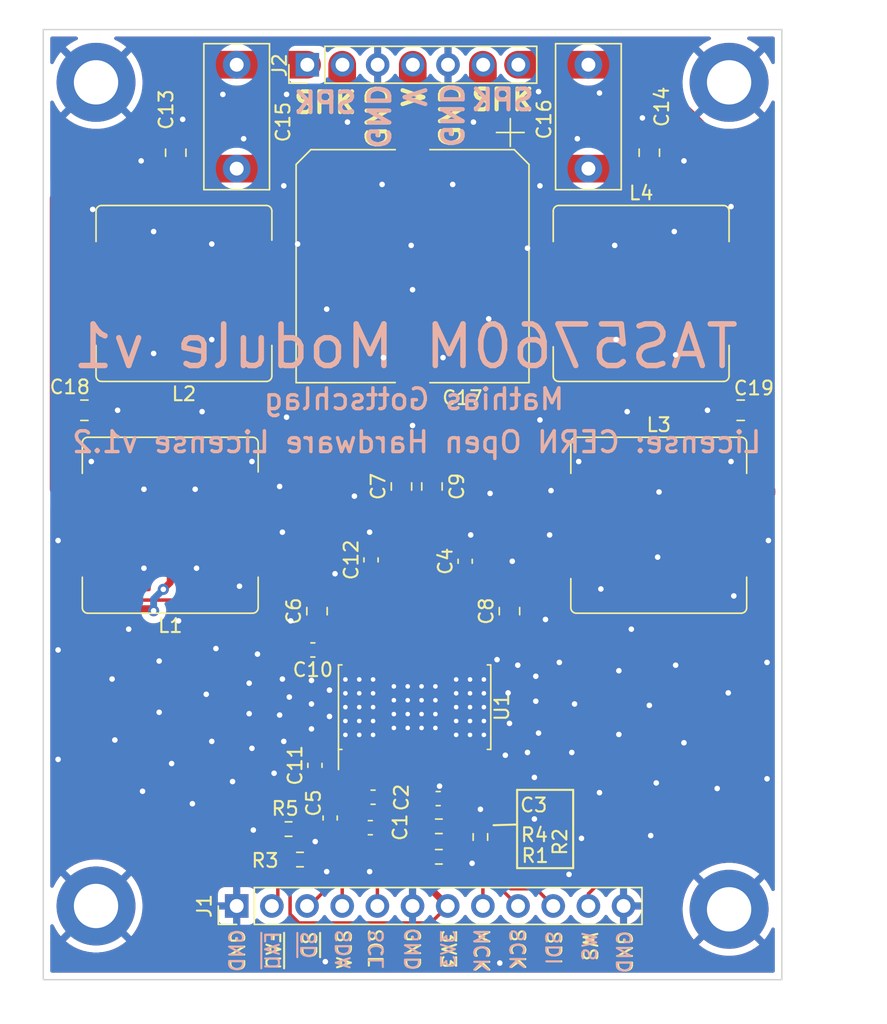
<source format=kicad_pcb>
(kicad_pcb (version 20210228) (generator pcbnew)

  (general
    (thickness 1.6)
  )

  (paper "A4")
  (title_block
    (title "TAS5760M Speaker Amplifier Modyule")
  )

  (layers
    (0 "F.Cu" signal)
    (31 "B.Cu" signal)
    (32 "B.Adhes" user "B.Adhesive")
    (33 "F.Adhes" user "F.Adhesive")
    (34 "B.Paste" user)
    (35 "F.Paste" user)
    (36 "B.SilkS" user "B.Silkscreen")
    (37 "F.SilkS" user "F.Silkscreen")
    (38 "B.Mask" user)
    (39 "F.Mask" user)
    (40 "Dwgs.User" user "User.Drawings")
    (41 "Cmts.User" user "User.Comments")
    (42 "Eco1.User" user "User.Eco1")
    (43 "Eco2.User" user "User.Eco2")
    (44 "Edge.Cuts" user)
    (45 "Margin" user)
    (46 "B.CrtYd" user "B.Courtyard")
    (47 "F.CrtYd" user "F.Courtyard")
    (48 "B.Fab" user)
    (49 "F.Fab" user)
    (50 "User.1" user)
    (51 "User.2" user)
    (52 "User.3" user)
    (53 "User.4" user)
    (54 "User.5" user)
    (55 "User.6" user)
    (56 "User.7" user)
    (57 "User.8" user)
    (58 "User.9" user)
  )

  (setup
    (stackup
      (layer "F.SilkS" (type "Top Silk Screen"))
      (layer "F.Paste" (type "Top Solder Paste"))
      (layer "F.Mask" (type "Top Solder Mask") (color "Green") (thickness 0.01))
      (layer "F.Cu" (type "copper") (thickness 0.035))
      (layer "dielectric 1" (type "core") (thickness 1.51) (material "FR4") (epsilon_r 4.5) (loss_tangent 0.02))
      (layer "B.Cu" (type "copper") (thickness 0.035))
      (layer "B.Mask" (type "Bottom Solder Mask") (color "Green") (thickness 0.01))
      (layer "B.Paste" (type "Bottom Solder Paste"))
      (layer "B.SilkS" (type "Bottom Silk Screen"))
      (copper_finish "None")
      (dielectric_constraints no)
    )
    (pad_to_mask_clearance 0)
    (pcbplotparams
      (layerselection 0x00010fc_ffffffff)
      (disableapertmacros false)
      (usegerberextensions false)
      (usegerberattributes true)
      (usegerberadvancedattributes true)
      (creategerberjobfile true)
      (svguseinch false)
      (svgprecision 6)
      (excludeedgelayer true)
      (plotframeref false)
      (viasonmask false)
      (mode 1)
      (useauxorigin false)
      (hpglpennumber 1)
      (hpglpenspeed 20)
      (hpglpendiameter 15.000000)
      (dxfpolygonmode true)
      (dxfimperialunits true)
      (dxfusepcbnewfont true)
      (psnegative false)
      (psa4output false)
      (plotreference true)
      (plotvalue true)
      (plotinvisibletext false)
      (sketchpadsonfab false)
      (subtractmaskfromsilk false)
      (outputformat 1)
      (mirror false)
      (drillshape 1)
      (scaleselection 1)
      (outputdirectory "")
    )
  )


  (net 0 "")
  (net 1 "Net-(C1-Pad1)")
  (net 2 "Net-(C1-Pad2)")
  (net 3 "Net-(C2-Pad1)")
  (net 4 "GND")
  (net 5 "+3V3")
  (net 6 "/19V")
  (net 7 "Net-(C10-Pad1)")
  (net 8 "Net-(C6-Pad1)")
  (net 9 "/SPK_A+")
  (net 10 "Net-(C7-Pad1)")
  (net 11 "/SPK_A-")
  (net 12 "Net-(C8-Pad1)")
  (net 13 "/SPK_B+")
  (net 14 "Net-(C9-Pad1)")
  (net 15 "/SPK_B-")
  (net 16 "Net-(C13-Pad1)")
  (net 17 "Net-(C14-Pad1)")
  (net 18 "Net-(C15-Pad1)")
  (net 19 "Net-(C16-Pad1)")
  (net 20 "/~SPK_FAULT")
  (net 21 "/~SPK_SD")
  (net 22 "/SDA")
  (net 23 "/SCL")
  (net 24 "/MCLK")
  (net 25 "/SCLK")
  (net 26 "/SDI")
  (net 27 "/WS")
  (net 28 "/ADR")
  (net 29 "Net-(R3-Pad1)")
  (net 30 "Net-(R4-Pad2)")

  (footprint "Capacitor_SMD:C_0603_1608Metric" (layer "F.Cu") (at 136.7 96.7 90))

  (footprint "Capacitor_SMD:C_0805_2012Metric" (layer "F.Cu") (at 116 85.9))

  (footprint "HackAmp-Footprints:L_Bourns_SRR1208" (layer "F.Cu") (at 122.2 94.2 180))

  (footprint "Resistor_SMD:R_0603_1608Metric" (layer "F.Cu") (at 141.6 115.93))

  (footprint "Resistor_SMD:R_0603_1608Metric" (layer "F.Cu") (at 141.6 118.13))

  (footprint "Capacitor_SMD:C_0603_1608Metric" (layer "F.Cu") (at 136.65 116.03))

  (footprint "MountingHole:MountingHole_3.2mm_M3_ISO7380_Pad" (layer "F.Cu") (at 116.84 121.68))

  (footprint "Resistor_SMD:R_0603_1608Metric" (layer "F.Cu") (at 130.745 116.13 180))

  (footprint "Capacitor_SMD:C_0603_1608Metric" (layer "F.Cu") (at 132.65 111.53 90))

  (footprint "Capacitor_SMD:C_0603_1608Metric" (layer "F.Cu") (at 132.5 103.2 180))

  (footprint "HackAmp-Footprints:L_Bourns_SRR1208" (layer "F.Cu") (at 156.21 77.47))

  (footprint "HackAmp-Footprints:L_Bourns_SRR1208" (layer "F.Cu") (at 157.48 94.2))

  (footprint "HackAmp-Footprints:CP_Elec_16x17.5_Nichicon" (layer "F.Cu") (at 139.7 75.5 -90))

  (footprint "Capacitor_SMD:C_0603_1608Metric" (layer "F.Cu") (at 143.5 96.8 90))

  (footprint "Resistor_SMD:R_0603_1608Metric" (layer "F.Cu") (at 131.57 118.33))

  (footprint "Resistor_SMD:R_0603_1608Metric" (layer "F.Cu") (at 144.6 116.7 -90))

  (footprint "Capacitor_SMD:C_0805_2012Metric" (layer "F.Cu") (at 141.1 91.4 90))

  (footprint "HackAmp-Footprints:L_Bourns_SRR1208" (layer "F.Cu") (at 123.19 77.47 180))

  (footprint "MountingHole:MountingHole_3.2mm_M3_ISO7380_Pad" (layer "F.Cu") (at 162.56 121.92))

  (footprint "Capacitor_THT:C_Rect_L10.3mm_W4.5mm_P7.50mm_MKS4" (layer "F.Cu") (at 127 60.96 -90))

  (footprint "Capacitor_SMD:C_0805_2012Metric" (layer "F.Cu") (at 132.8 100.4 90))

  (footprint "Capacitor_SMD:C_0805_2012Metric" (layer "F.Cu") (at 156.8 67.31 90))

  (footprint "MountingHole:MountingHole_3.2mm_M3_ISO7380_Pad" (layer "F.Cu") (at 116.84 62.23))

  (footprint "Capacitor_SMD:C_0603_1608Metric" (layer "F.Cu") (at 141.55 113.93 180))

  (footprint "Connector_PinHeader_2.54mm:PinHeader_1x12_P2.54mm_Vertical" (layer "F.Cu") (at 127 121.68 90))

  (footprint "Capacitor_SMD:C_0805_2012Metric" (layer "F.Cu") (at 146.7 100.4 90))

  (footprint "Capacitor_SMD:C_0603_1608Metric" (layer "F.Cu") (at 133.75 115.33 -90))

  (footprint "Capacitor_THT:C_Rect_L10.3mm_W4.5mm_P7.50mm_MKS4" (layer "F.Cu") (at 152.4 60.96 -90))

  (footprint "Capacitor_SMD:C_0805_2012Metric" (layer "F.Cu") (at 163.4 85.9 180))

  (footprint "Connector_PinHeader_2.54mm:PinHeader_1x07_P2.54mm_Vertical" (layer "F.Cu") (at 132.1 60.96 90))

  (footprint "Capacitor_SMD:C_0603_1608Metric" (layer "F.Cu") (at 136.85 113.83))

  (footprint "MountingHole:MountingHole_3.2mm_M3_ISO7380_Pad" (layer "F.Cu") (at 162.56 62.23))

  (footprint "HackAmp-Footprints:TexasInstruments_DAP32" (layer "F.Cu") (at 139.85 107.33 90))

  (footprint "Capacitor_SMD:C_0805_2012Metric" (layer "F.Cu") (at 138.9 91.4 90))

  (footprint "Capacitor_SMD:C_0805_2012Metric" (layer "F.Cu") (at 122.6 67.31 90))

  (gr_line (start 147.25 115.8) (end 145.55 115.85) (layer "F.SilkS") (width 0.15) (tstamp 08364419-396d-43ef-b2c3-4a73fde2199a))
  (gr_line (start 151.3 113.3) (end 147.25 113.3) (layer "F.SilkS") (width 0.15) (tstamp 70262297-fecd-4d68-9807-c9152ede24db))
  (gr_line (start 147.25 118.95) (end 151.3 118.95) (layer "F.SilkS") (width 0.15) (tstamp 71717714-8e25-4da9-8b61-9e6e6b64bd3c))
  (gr_line (start 147.25 113.3) (end 147.25 118.95) (layer "F.SilkS") (width 0.15) (tstamp aba04d3b-e35b-4fdb-90e3-8a6657b4320d))
  (gr_line (start 151.3 118.95) (end 151.3 113.3) (layer "F.SilkS") (width 0.15) (tstamp f805e304-02be-4039-aba6-a4fff32caf1f))
  (gr_line (start 166.37 58.42) (end 113.03 58.42) (layer "Edge.Cuts") (width 0.1) (tstamp 7064edc8-5a97-463f-a151-e85fee368ed2))
  (gr_line (start 166.37 127) (end 166.37 58.42) (layer "Edge.Cuts") (width 0.1) (tstamp 82be46f6-125e-4364-aabc-b7cd46808a7d))
  (gr_line (start 113.03 58.42) (end 113.03 127) (layer "Edge.Cuts") (width 0.1) (tstamp c3960765-73e9-4dc9-ae5a-10b547c87c01))
  (gr_line (start 113.03 127) (end 166.37 127) (layer "Edge.Cuts") (width 0.1) (tstamp c95d2855-23ee-44e2-8670-16ec16d4823a))
  (gr_text "SCL" (at 137.1 124.8 90) (layer "B.SilkS") (tstamp 169157ac-6482-4991-a033-4b9ae744fb66)
    (effects (font (size 1 1) (thickness 0.15)) (justify mirror))
  )
  (gr_text "GND" (at 142.5 64.6 -90) (layer "B.SilkS") (tstamp 16b70730-bc1b-4ba3-ab0d-b4a0868461c1)
    (effects (font (size 1.5 1.5) (thickness 0.3)) (justify mirror))
  )
  (gr_text "GND" (at 127 124.9 90) (layer "B.SilkS") (tstamp 281c893a-b5d7-4b67-b399-f991e913900e)
    (effects (font (size 1 1) (thickness 0.15)) (justify mirror))
  )
  (gr_text "MCK" (at 144.7 124.9 90) (layer "B.SilkS") (tstamp 35bfd4b2-671c-4244-a174-bc965d125157)
    (effects (font (size 1 1) (thickness 0.15)) (justify mirror))
  )
  (gr_text "SPK" (at 133.4 63.7) (layer "B.SilkS") (tstamp 3dd0d43f-3541-4893-a470-eaed167f22f2)
    (effects (font (size 1.5 1.5) (thickness 0.3)) (justify mirror))
  )
  (gr_text "WS" (at 152.5 124.6 90) (layer "B.SilkS") (tstamp 3ef19ab0-121e-4b44-81ed-7f3a9fe54e20)
    (effects (font (size 1 1) (thickness 0.15)) (justify mirror))
  )
  (gr_text "Mathias Gottschlag" (at 139.8 85.1) (layer "B.SilkS") (tstamp 6b1bfc03-62b7-4b65-bcfb-f39c33b06082)
    (effects (font (size 1.5 1.5) (thickness 0.25)) (justify mirror))
  )
  (gr_text "GND" (at 155 125 90) (layer "B.SilkS") (tstamp 756d9011-0fee-4490-bd6b-e37ff94d8e93)
    (effects (font (size 1 1) (thickness 0.15)) (justify mirror))
  )
  (gr_text "SCK" (at 147.3 124.8 90) (layer "B.SilkS") (tstamp 99de270b-6e58-4255-a1b2-3ca3f3e62c51)
    (effects (font (size 1 1) (thickness 0.15)) (justify mirror))
  )
  (gr_text "SDA" (at 134.7 124.8 90) (layer "B.SilkS") (tstamp 9cc6d6bb-9934-4abe-b012-069f2dabc2fd)
    (effects (font (size 1 1) (thickness 0.15)) (justify mirror))
  )
  (gr_text "TAS5760M Module v1" (at 139.2 81.3) (layer "B.SilkS") (tstamp afd1af13-c9aa-4133-b421-9cd10496a5f0)
    (effects (font (size 3 3) (thickness 0.4)) (justify mirror))
  )
  (gr_text "GND" (at 137.2 64.7 -90) (layer "B.SilkS") (tstamp b6e744be-a602-4a22-98ef-1d663b333440)
    (effects (font (size 1.5 1.5) (thickness 0.3)) (justify mirror))
  )
  (gr_text "SDI" (at 149.9 124.7 90) (layer "B.SilkS") (tstamp ca48deab-7189-4bab-9365-ac3b4bbb28f2)
    (effects (font (size 1 1) (thickness 0.15)) (justify mirror))
  )
  (gr_text "~SD" (at 132.2 124.5 90) (layer "B.SilkS") (tstamp caab5a7d-75ca-4783-92c1-a672fad583af)
    (effects (font (size 1 1) (thickness 0.15)) (justify mirror))
  )
  (gr_text "~FAU" (at 129.6 124.9 90) (layer "B.SilkS") (tstamp cd3a31c8-d7b9-4cad-bdaa-48ff429d0610)
    (effects (font (size 1 1) (thickness 0.15)) (justify mirror))
  )
  (gr_text "GND" (at 139.7 124.8 90) (layer "B.SilkS") (tstamp d7f6a216-7c25-4a1d-821f-b2b60da5c831)
    (effects (font (size 1 1) (thickness 0.15)) (justify mirror))
  )
  (gr_text "License: CERN Open Hardware License v1.2" (at 140 88.2) (layer "B.SilkS") (tstamp e68657ba-c1fa-4827-9503-39fd65d5b0e2)
    (effects (font (size 1.5 1.5) (thickness 0.25)) (justify mirror))
  )
  (gr_text "SPK" (at 146.2 63.5) (layer "B.SilkS") (tstamp ec5173c6-65f0-41e6-afbb-acb6b3f5b439)
    (effects (font (size 1.5 1.5) (thickness 0.3)) (justify mirror))
  )
  (gr_text "3V3" (at 142.3 124.8 90) (layer "B.SilkS") (tstamp f3ec57d8-87a8-4898-a675-0e81f1e5ab77)
    (effects (font (size 1 1) (thickness 0.15)) (justify mirror))
  )
  (gr_text "V" (at 139.8 63.3 -90) (layer "B.SilkS") (tstamp f9ce2326-b179-449b-a1fe-629feb99d54f)
    (effects (font (size 1.5 1.5) (thickness 0.3)) (justify mirror))
  )
  (gr_text "SDI" (at 149.9 124.7 -90) (layer "F.SilkS") (tstamp 007b0a51-9ad8-41cf-9a3b-34a79c00d97d)
    (effects (font (size 1 1) (thickness 0.15)))
  )
  (gr_text "3V3" (at 142.3 124.8 -90) (layer "F.SilkS") (tstamp 009d75d4-eaf7-4086-a9ae-905841778887)
    (effects (font (size 1 1) (thickness 0.15)))
  )
  (gr_text "MCK" (at 144.7 124.9 -90) (layer "F.SilkS") (tstamp 0989e9c0-d5e6-40c3-a4c6-c325dd38e3d1)
    (effects (font (size 1 1) (thickness 0.15)))
  )
  (gr_text "SPK" (at 146.2 63.5) (layer "F.SilkS") (tstamp 0e86bfb8-cebe-4cf3-9c16-0893360d709f)
    (effects (font (size 1.5 1.5) (thickness 0.3)))
  )
  (gr_text "SCK" (at 147.3 124.8 -90) (layer "F.SilkS") (tstamp 2905011a-606c-4241-86c6-50e6842ed98a)
    (effects (font (size 1 1) (thickness 0.15)))
  )
  (gr_text "~SD" (at 132.2 124.5 -90) (layer "F.SilkS") (tstamp 29057d2b-0f20-409d-bd6b-2bb4190551d0)
    (effects (font (size 1 1) (thickness 0.15)))
  )
  (gr_text "GND" (at 137.2 64.7 90) (layer "F.SilkS") (tstamp 5be1b5a0-fe14-405f-aa3f-d017c06c81a2)
    (effects (font (size 1.5 1.5) (thickness 0.3)))
  )
  (gr_text "GND" (at 139.7 124.8 -90) (layer "F.SilkS") (tstamp 69bc4a04-68a5-479d-bd9a-d1bf37e7b971)
    (effects (font (size 1 1) (thickness 0.15)))
  )
  (gr_text "WS" (at 152.5 124.6 -90) (layer "F.SilkS") (tstamp 76bfa915-fcf3-4d7f-b2fe-f6790b662f4c)
    (effects (font (size 1 1) (thickness 0.15)))
  )
  (gr_text "SPK" (at 133.4 63.7) (layer "F.SilkS") (tstamp 79457152-9f8c-45f9-99f9-230ebd61f4fd)
    (effects (font (size 1.5 1.5) (thickness 0.3)))
  )
  (gr_text "GND" (at 155 125 -90) (layer "F.SilkS") (tstamp 7c8868ca-08e3-4281-8403-c7f64453c8bf)
    (effects (font (size 1 1) (thickness 0.15)))
  )
  (gr_text "GND" (at 142.5 64.6 90) (layer "F.SilkS") (tstamp 8e360b67-01d1-4f8a-97fd-bc387b0a8b76)
    (effects (font (size 1.5 1.5) (thickness 0.3)))
  )
  (gr_text "GND" (at 127 124.9 -90) (layer "F.SilkS") (tstamp 918b6acd-1979-4d0c-be81-b967c2cbe707)
    (effects (font (size 1 1) (thickness 0.15)))
  )
  (gr_text "SDA" (at 134.7 124.8 -90) (layer "F.SilkS") (tstamp adeb3219-fb0c-47e3-b1db-c92566102c8d)
    (effects (font (size 1 1) (thickness 0.15)))
  )
  (gr_text "SCL" (at 137 124.7 -90) (layer "F.SilkS") (tstamp c22ff0a8-254d-4e6d-b527-fc61e005bebb)
    (effects (font (size 1 1) (thickness 0.15)))
  )
  (gr_text "V" (at 139.8 63.3 90) (layer "F.SilkS") (tstamp da8ac9ed-885f-410c-8f2a-33ef784e7a82)
    (effects (font (size 1.5 1.5) (thickness 0.3)))
  )
  (gr_text "~FAU" (at 129.6 124.9 -90) (layer "F.SilkS") (tstamp e9ebe192-8240-45c2-a41c-8768a5b65d17)
    (effects (font (size 1 1) (thickness 0.15)))
  )
  (dimension (type aligned) (layer "Dwgs.User") (tstamp 0d002fee-dd8e-4968-9587-0940d44e85c8)
    (pts (xy 166.37 58.42) (xy 166.37 127))
    (height -3.81)
    (gr_text "68,5800 mm" (at 169.03 92.71 90) (layer "Dwgs.User") (tstamp 0d002fee-dd8e-4968-9587-0940d44e85c8)
      (effects (font (size 1 1) (thickness 0.15)))
    )
    (format (units 3) (units_format 1) (precision 4))
    (style (thickness 0.15) (arrow_length 1.27) (text_position_mode 0) (extension_height 0.58642) (extension_offset 0.5) keep_text_aligned)
  )
  (dimension (type aligned) (layer "Dwgs.User") (tstamp e357749f-de83-45fb-8d9f-69d6a469ed58)
    (pts (xy 166.37 127) (xy 113.03 127))
    (height -2.54)
    (gr_text "53,3400 mm" (at 139.7 128.39) (layer "Dwgs.User") (tstamp e357749f-de83-45fb-8d9f-69d6a469ed58)
      (effects (font (size 1 1) (thickness 0.15)))
    )
    (format (units 3) (units_format 1) (precision 4))
    (style (thickness 0.15) (arrow_length 1.27) (text_position_mode 0) (extension_height 0.58642) (extension_offset 0.5) keep_text_aligned)
  )

  (segment (start 136.275 111.03) (end 136.275 112.247856) (width 0.25) (layer "F.Cu") (net 1) (tstamp 3f7c6530-8c77-456a-baa4-5740966f8690))
  (segment (start 135.75048 115.80548) (end 135.875 115.93) (width 0.25) (layer "F.Cu") (net 1) (tstamp 6763381d-d166-47fc-a623-d49056286b62))
  (segment (start 135.25 113.272855) (end 135.25 115.405) (width 0.25) (layer "F.Cu") (net 1) (tstamp abf95c3a-257e-4369-b073-202ed7fdc1e6))
  (segment (start 136.275 112.247856) (end 135.25 113.272855) (width 0.25) (layer "F.Cu") (net 1) (tstamp bdbd60a1-b13f-4bd1-8551-80edee2feb44))
  (segment (start 135.25 115.405) (end 135.875 116.03) (width 0.25) (layer "F.Cu") (net 1) (tstamp daa02b89-295b-4374-b744-626a31554493))
  (segment (start 137.575 111.03) (end 137.575 113.78) (width 0.25) (layer "F.Cu") (net 2) (tstamp 28a1edf9-35e2-4e56-980f-f152f816f2fc))
  (segment (start 137.625 113.83) (end 137.625 115.83) (width 0.25) (layer "F.Cu") (net 2) (tstamp 74693a85-8e45-4b94-a419-24978f4a0fd5))
  (segment (start 137.575 113.78) (end 137.625 113.83) (width 0.25) (layer "F.Cu") (net 2) (tstamp 8606e5c2-5341-4c88-8b3e-fdd5513b573b))
  (segment (start 137.625 115.83) (end 137.425 116.03) (width 0.25) (layer "F.Cu") (net 2) (tstamp 8a5528e9-0282-461e-b5b9-9d89b9d49d1e))
  (segment (start 136.925 111.03) (end 136.925 112.315) (width 0.25) (layer "F.Cu") (net 3) (tstamp 1cf6e9e1-be87-4eac-9c4b-62df40fda423))
  (segment (start 136.925 112.315) (end 136.075 113.165) (width 0.25) (layer "F.Cu") (net 3) (tstamp 3da93788-3eaf-4ae9-8db3-9186b61cdd32))
  (segment (start 136.075 113.165) (end 136.075 113.83) (width 0.25) (layer "F.Cu") (net 3) (tstamp a2188a88-bb61-4775-ae87-fec08ac6e1eb))
  (segment (start 138.225 105.705) (end 138.35 105.83) (width 0.25) (layer "F.Cu") (net 4) (tstamp 2e0e33ea-46e4-49ff-8c2e-6eadbe4c4ce8))
  (segment (start 136.7 94.8) (end 136.6 94.7) (width 0.5) (layer "F.Cu") (net 4) (tstamp 3eb73691-fda6-4f91-87a1-762e571b8555))
  (segment (start 144 118.6) (end 144 118.125) (width 0.25) (layer "F.Cu") (net 4) (tstamp 6c20835d-75c3-46c3-968e-2925de403cbd))
  (segment (start 142.325 113.705) (end 141.65 113.03) (width 0.25) (layer "F.Cu") (net 4) (tstamp 707a2c6b-59a0-4abf-abc7-4aa2f0813335))
  (segment (start 142.325 113.93) (end 142.325 113.705) (width 0.25) (layer "F.Cu") (net 4) (tstamp 7960092b-0119-4370-92d5-311d9724d026))
  (segment (start 133.75 116.105) (end 133.595 116.105) (width 0.25) (layer "F.Cu") (net 4) (tstamp 832c101c-5a5b-4668-9f04-2457ddd075da))
  (segment (start 144 118.125) (end 144.6 117.525) (width 0.25) (layer "F.Cu") (net 4) (tstamp 9085d681-86ac-4373-ac7d-c04fe8e5d32d))
  (segment (start 144.075 105.105) (end 143.85 105.33) (width 0.25) (layer "F.Cu") (net 4) (tstamp a3dc6056-0f5a-455f-9093-f73179ae44c5))
  (segment (start 143.5 95.3) (end 143.9 94.9) (width 0.5) (layer "F.Cu") (net 4) (tstamp a7d83e19-d593-4e65-9db4-a4eab4c5e981))
  (segment (start 136.725 95.925) (end 136.5 95.925) (width 0.25) (layer "F.Cu") (net 4) (tstamp aa94e390-d68d-4f8c-92e5-fa84e53cd4e7))
  (segment (start 144.075 103.63) (end 144.075 105.105) (width 0.25) (layer "F.Cu") (net 4) (tstamp b6b9b63b-ac48-43dd-acbc-c007354ab9b3))
  (segment (start 133.595 116.105) (end 132.67 117.03) (width 0.25) (layer "F.Cu") (net 4) (tstamp c2fb9efa-e998-46b4-bca3-a059373b61fd))
  (segment (start 141.475 103.63) (end 141.475 105.705) (width 0.25) (layer "F.Cu") (net 4) (tstamp ca2dafb1-1fbb-4204-8e0b-ea87a40b9a9b))
  (segment (start 136.7 95.925) (end 136.7 94.8) (width 0.5) (layer "F.Cu") (net 4) (tstamp cc1fc5b7-8a17-4652-851b-a4d9bfe3f9ab))
  (segment (start 143.5 96.025) (end 143.5 95.3) (width 0.5) (layer "F.Cu") (net 4) (tstamp d8c7ba21-25f2-4969-a2e6-1af712fbdd7b))
  (segment (start 138.225 103.63) (end 138.225 105.705) (width 0.25) (layer "F.Cu") (net 4) (tstamp de376fea-49d6-4ab6-bb24-ff4a59afcfe9))
  (segment (start 135.625 105.105) (end 135.85 105.33) (width 0.25) (layer "F.Cu") (net 4) (tstamp e4cfef8d-5de9-4fe3-bd79-fcab99ca85ef))
  (segment (start 135.625 103.63) (end 135.625 105.105) (width 0.25) (layer "F.Cu") (net 4) (tstamp e7fd353b-5e0f-47cd-a3b9-64e06f7dfc67))
  (segment (start 141.475 105.705) (end 141.35 105.83) (width 0.25) (layer "F.Cu") (net 4) (tstamp f9e389ad-776f-4d14-854a-07e1c2d146f4))
  (via (at 120.2 113.4) (size 0.8) (drill 0.4) (layers "F.Cu" "B.Cu") (free) (net 4) (tstamp 061c612f-c7b8-4bcb-8fc7-c662623fb569))
  (via (at 137.5 69.6) (size 0.8) (drill 0.4) (layers "F.Cu" "B.Cu") (free) (net 4) (tstamp 065fd3e5-9b8e-42a7-a2cd-9e1a5411d0d1))
  (via (at 161 85.9) (size 0.8) (drill 0.4) (layers "F.Cu" "B.Cu") (free) (net 4) (tstamp 073e0f73-472f-4ca5-86b9-db22bd9423af))
  (via (at 127.9 107.8) (size 0.8) (drill 0.4) (layers "F.Cu" "B.Cu") (free) (net 4) (tstamp 0db0e43d-7f88-4d90-a604-08cb6c149e25))
  (via (at 128.2 116.2) (size 0.8) (drill 0.4) (layers "F.Cu" "B.Cu") (free) (net 4) (tstamp 10464083-bf2b-4827-822f-6119de9e9bcd))
  (via (at 136.6 94.7) (size 0.8) (drill 0.4) (layers "F.Cu" "B.Cu") (free) (net 4) (tstamp 12962ae7-0a49-46de-9c0e-09aeac838f68))
  (via (at 132.4 108.9) (size 0.8) (drill 0.4) (layers "F.Cu" "B.Cu") (free) (net 4) (tstamp 1548c393-7172-44b5-bcd9-c93ec6e9dde4))
  (via (at 114.1 103.2) (size 0.8) (drill 0.4) (layers "F.Cu" "B.Cu") (free) (net 4) (tstamp 16206d78-0e03-4742-9a8d-ee8488e6a942))
  (via (at 129.7 112.1) (size 0.8) (drill 0.4) (layers "F.Cu" "B.Cu") (free) (net 4) (tstamp 1b2bfea1-18d4-4f41-93c1-ad59ab7de92d))
  (via (at 120.1 67.9) (size 0.8) (drill 0.4) (layers "F.Cu" "B.Cu") (free) (net 4) (tstamp 2128368f-0803-4257-90a4-f36063b799a7))
  (via (at 148.5 112.4) (size 0.8) (drill 0.4) (layers "F.Cu" "B.Cu") (free) (net 4) (tstamp 228a04fd-3eb3-4698-8703-22344b062670))
  (via (at 116.6 71.4) (size 0.8) (drill 0.4) (layers "F.Cu" "B.Cu") (free) (net 4) (tstamp 254c499b-6814-4912-b92b-523180fa3004))
  (via (at 121 81.8) (size 0.8) (drill 0.4) (layers "F.Cu" "B.Cu") (free) (net 4) (tstamp 26a00eec-33c4-40c5-abd3-3007b6ce58fa))
  (via (at 151.7 89.6) (size 0.8) (drill 0.4) (layers "F.Cu" "B.Cu") (free) (net 4) (tstamp 2777c26b-2b93-4c98-8ecc-051698da5f3b))
  (via (at 118.4 85.9) (size 0.8) (drill 0.4) (layers "F.Cu" "B.Cu") (free) (net 4) (tstamp 2839a7c5-786d-4d23-a2f8-fea65140f884))
  (via (at 156.3 64.8) (size 0.8) (drill 0.4) (layers "F.Cu" "B.Cu") (free) (net 4) (tstamp 2936600a-2bf7-4b9a-887c-38cc76a3b3e0))
  (via (at 154.4 80.8) (size 0.8) (drill 0.4) (layers "F.Cu" "B.Cu") (free) (net 4) (tstamp 2cfd440e-0fac-40f3-9178-695d68bc2416))
  (via (at 155.2 86) (size 0.8) (drill 0.4) (layers "F.Cu" "B.Cu") (free) (net 4) (tstamp 2e4ad2c8-4036-4859-8d49-387c691d20e7))
  (via (at 114.1 95.3) (size 0.8) (drill 0.4) (layers "F.Cu" "B.Cu") (free) (net 4) (tstamp 2f8454f5-804f-491f-a36f-d63b9e057024))
  (via (at 122.8 101.1) (size 0.8) (drill 0.4) (layers "F.Cu" "B.Cu") (free) (net 4) (tstamp 34c5cc85-a03f-47c8-ad9b-9b1371dea199))
  (via (at 120.3 91.6) (size 0.8) (drill 0.4) (layers "F.Cu" "B.Cu") (free) (net 4) (tstamp 3619dba0-e0c5-4e62-bed8-9f3473e2800d))
  (via (at 146.4 110.8) (size 0.8) (drill 0.4) (layers "F.Cu" "B.Cu") (free) (net 4) (tstamp 37beb265-5d19-420b-9ce2-a20f787c44a9))
  (via (at 124 91.6) (size 0.8) (drill 0.4) (layers "F.Cu" "B.Cu") (free) (net 4) (tstamp 37fbaa68-6946-47aa-b3d0-7a3dca35da38))
  (via (at 127.2 98.6) (size 0.8) (drill 0.4) (layers "F.Cu" "B.Cu") (free) (net 4) (tstamp 3a7ec20b-0302-429b-80ec-cf982a260575))
  (via (at 133.5 78.6) (size 0.8) (drill 0.4) (layers "F.Cu" "B.Cu") (free) (net 4) (tstamp 3e816f66-a169-4b17-85d2-3e04029eee27))
  (via (at 135 65.1) (size 0.8) (drill 0.4) (layers "F.Cu" "B.Cu") (free) (net 4) (tstamp 43ecbd90-6f90-471e-9960-ab082ef8c4fb))
  (via (at 162.5 106.3) (size 0.8) (drill 0.4) (layers "F.Cu" "B.Cu") (free) (net 4) (tstamp 443bfd0e-a909-4ba3-819a-c5f5e3e084dc))
  (via (at 148.5 115.4) (size 0.8) (drill 0.4) (layers "F.Cu" "B.Cu") (free) (net 4) (tstamp 461bbcf8-c000-4432-a4d1-d98f62c45fa5))
  (via (at 120.3 97.3) (size 0.8) (drill 0.4) (layers "F.Cu" "B.Cu") (free) (net 4) (tstamp 476a6fb7-bb87-4971-9780-2e813a94906f))
  (via (at 130.3 105.3) (size 0.8) (drill 0.4) (layers "F.Cu" "B.Cu") (free) (net 4) (tstamp 4905c7a8-031c-4f34-8235-9440f58e6e46))
  (via (at 125.2 80.8) (size 0.8) (drill 0.4) (layers "F.Cu" "B.Cu") (free) (net 4) (tstamp 4a984d15-586f-4d76-b5c5-e654993de6a7))
  (via (at 130.9 101.1) (size 0.8) (drill 0.4) (layers "F.Cu" "B.Cu") (free) (net 4) (tstamp 4cfb2e4b-1ff7-4f63-9498-8f4c1018a458))
  (via (at 156.8 107.2) (size 0.8) (drill 0.4) (layers "F.Cu" "B.Cu") (free) (net 4) (tstamp 4e0da5dd-009f-493c-81d9-ecdea17891ba))
  (via (at 124.1 97.3) (size 0.8) (drill 0.4) (layers "F.Cu" "B.Cu") (free) (net 4) (tstamp 4f2acf4e-ffac-4d70-a70f-4f260f057396))
  (via (at 154.3 74) (size 0.8) (drill 0.4) (layers "F.Cu" "B.Cu") (free) (net 4) (tstamp 5326c091-da7f-4bcd-aca0-07495c3edfc1))
  (via (at 116.5 89.6) (size 0.8) (drill 0.4) (layers "F.Cu" "B.Cu") (free) (net 4) (tstamp 54229b49-4af7-4793-9238-ced10cf337b8))
  (via (at 154.6 104.7) (size 0.8) (drill 0.4) (layers "F.Cu" "B.Cu") (free) (net 4) (tstamp 55affccc-73d0-472f-827b-f3b4851b68f8))
  (via (at 148.9 69.7) (size 0.8) (drill 0.4) (layers "F.Cu" "B.Cu") (free) (net 4) (tstamp 579b7004-3e52-44a0-9604-4f9370d1fb8d))
  (via (at 130.1 107.9) (size 0.8) (drill 0.4) (layers "F.Cu" "B.Cu") (free) (net 4) (tstamp 5d2a535e-8d26-426b-9949-af2569758d79))
  (via (at 158.7 81.9) (size 0.8) (drill 0.4) (layers "F.Cu" "B.Cu") (free) (net 4) (tstamp 5ebb57ae-be7c-4c03-a061-a914c8e74f30))
  (via (at 119.2 101.7) (size 0.8) (drill 0.4) (layers "F.Cu" "B.Cu") (free) (net 4) (tstamp 61406446-4106-47ad-b944-20ae869f0790))
  (via (at 132.67 117.03) (size 0.8) (drill 0.4) (layers "F.Cu" "B.Cu") (net 4) (tstamp 6221fdcf-0e00-408d-97fd-afc47cd47a57))
  (via (at 149.3 101) (size 0.8) (drill 0.4) (layers "F.Cu" "B.Cu") (free) (net 4) (tstamp 6306da09-0229-47ba-90a6-16399c4cf21c))
  (via (at 151.2 110.6) (size 0.8) (drill 0.4) (layers "F.Cu" "B.Cu") (free) (net 4) (tstamp 650cb862-3f0b-45d0-a9a2-b79293a9e791))
  (via (at 128.1 89.6) (size 0.8) (drill 0.4) (layers "F.Cu" "B.Cu") (free) (net 4) (tstamp 6540143e-32b7-4364-aa8b-b57c6cb00ee6))
  (via (at 158.6 73) (size 0.8) (drill 0.4) (layers "F.Cu" "B.Cu") (free) (net 4) (tstamp 6544ccae-b45a-43d8-8401-908864d210c3))
  (via (at 148.8 109.2) (size 0.8) (drill 0.4) (layers "F.Cu" "B.Cu") (free) (net 4) (tstamp 67914436-de70-4709-999b-935dc2055538))
  (via (at 128.5 103.5) (size 0.8) (drill 0.4) (layers "F.Cu" "B.Cu") (free) (net 4) (tstamp 69e62a66-6f5c-427c-bac2-b490ac2ae519))
  (via (at 148.9 86.6) (size 0.8) (drill 0.4) (layers "F.Cu" "B.Cu") (free) (net 4) (tstamp 6a6c2c0f-4dfe-40b1-a963-9907764a0fa7))
  (via (at 139.7 87) (size 0.8) (drill 0.4) (layers "F.Cu" "B.Cu") (free) (net 4) (tstamp 6b7c8bed-240b-44c2-95a6-14a034e87b0a))
  (via (at 146.6 106.3) (size 0.8) (drill 0.4) (layers "F.Cu" "B.Cu") (free) (net 4) (tstamp 70e3586f-0a16-457d-9255-e34e9012497c))
  (via (at 123.8 114.3) (size 0.8) (drill 0.4) (layers "F.Cu" "B.Cu") (free) (net 4) (tstamp 71583c97-be34-4984-bb5f-2f728c9edd6a))
  (via (at 153.3 98.8) (size 0.8) (drill 0.4) (layers "F.Cu" "B.Cu") (free) (net 4) (tstamp 71bd2464-fc3b-4da4-8394-af6546567d43))
  (via (at 130.4 109.8) (size 0.8) (drill 0.4) (layers "F.Cu" "B.Cu") (free) (net 4) (tstamp 73984f2e-5978-4e77-a673-0331d2ff1d6e))
  (via (at 133.7 108) (size 0.8) (drill 0.4) (layers "F.Cu" "B.Cu") (free) (net 4) (tstamp 74a673b5-c9a0-415a-812f-103e7754dbc4))
  (via (at 139.7 77.2) (size 0.8) (drill 0.4) (layers "F.Cu" "B.Cu") (free) (net 4) (tstamp 78638c84-dfb9-4520-a560-42500305192c))
  (via (at 132.4 107.1) (size 0.8) (drill 0.4) (layers "F.Cu" "B.Cu") (free) (net 4) (tstamp 7a0379fe-7c84-407e-8dbc-e52b744513e0))
  (via (at 127.5 66.3) (size 0.8) (drill 0.4) (layers "F.Cu" "B.Cu") (free) (net 4) (tstamp 7a2d86c3-28d8-4453-b08f-5c7ccfdbf15d))
  (via (at 139.6 74) (size 0.8) (drill 0.4) (layers "F.Cu" "B.Cu") (free) (net 4) (tstamp 7a353172-05df-491e-8966-3d4b92f1cec9))
  (via (at 126 63.1) (size 0.8) (drill 0.4) (layers "F.Cu" "B.Cu") (free) (net 4) (tstamp 7c843256-aabc-4474-82e6-f40fbe998d93))
  (via (at 153.2 63) (size 0.8) (drill 0.4) (layers "F.Cu" "B.Cu") (free) (net 4) (tstamp 7e227209-eb91-4d4e-b0e2-9cb84ce371cd))
  (via (at 128.1 110.3) (size 0.8) (drill 0.4) (layers "F.Cu" "B.Cu") (free) (net 4) (tstamp 80280cfa-b866-4cd6-9523-017a1b45e913))
  (via (at 144.6 114.7) (size 0.8) (drill 0.4) (layers "F.Cu" "B.Cu") (free) (net 4) (tstamp 822f6275-590e-4377-9892-e7789f2a1599))
  (via (at 125.2 73.9) (size 0.8) (drill 0.4) (layers "F.Cu" "B.Cu") (free) (net 4) (tstamp 82a234ea-2500-4e1f-b7dc-f2ea59df862c))
  (via (at 162.7 89.6) (size 0.8) (drill 0.4) (layers "F.Cu" "B.Cu") (free) (net 4) (tstamp 83420ddc-b70d-451a-8571-f2a150150d79))
  (via (at 146.7 108.5) (size 0.8) (drill 0.4) (layers "F.Cu" "B.Cu") (free) (net 4) (tstamp 872afada-45dd-419f-acde-20752865c7c5))
  (via (at 125.5 103.1) (size 0.8) (drill 0.4) (layers "F.Cu" "B.Cu") (free) (net 4) (tstamp 88f68fe0-c8fe-4899-a319-c932a37d3206))
  (via (at 146.9 96.8) (size 0.8) (drill 0.4) (layers "F.Cu" "B.Cu") (free) (net 4) (tstamp 8b7464e3-92ff-4195-a05a-63f0077038a5))
  (via (at 158.7 104.3) (size 0.8) (drill 0.4) (layers "F.Cu" "B.Cu") (free) (net 4) (tstamp 9333808f-14c8-475b-92b7-1ddb73e1e25b))
  (via (at 151.4 107.1) (size 0.8) (drill 0.4) (layers "F.Cu" "B.Cu") (free) (net 4) (tstamp 9354175d-1d23-4a83-a41f-0b722adaab6e))
  (via (at 151 119.4) (size 0.8) (drill 0.4) (layers "F.Cu" "B.Cu") (free) (net 4) (tstamp 936df0df-e5e2-4af4-b0f3-c33860c36dd7))
  (via (at 125.2 109.8) (size 0.8) (drill 0.4) (layers "F.Cu" "B.Cu") (free) (net 4) (tstamp 94ee5a23-bc2f-41c5-9890-f3c37c19ca90))
  (via (at 148.8 62.9) (size 0.8) (drill 0.4) (layers "F.Cu" "B.Cu") (free) (net 4) (tstamp 95afff5d-732a-495a-ae04-b9540ef63e06))
  (via (at 155.5 101.7) (size 0.8) (drill 0.4) (layers "F.Cu" "B.Cu") (free) (net 4) (tstamp 970c1a89-ffd2-417c-9b78-d06628b91af1))
  (via (at 114.1 111.1) (size 0.8) (drill 0.4) (layers "F.Cu" "B.Cu") (free) (net 4) (tstamp 973488d8-363e-4c65-a727-0a6061ad9868))
  (via (at 159.3 109.9) (size 0.8) (drill 0.4) (layers "F.Cu" "B.Cu") (free) (net 4) (tstamp 99deb2d9-b0a5-44a1-8464-d413670e0587))
  (via (at 156.9 116.6) (size 0.8) (drill 0.4) (layers "F.Cu" "B.Cu") (free) (net 4) (tstamp 9a616290-3e2c-4107-b6ce-3102b90c1674))
  (via (at 136.6 119.2) (size 0.8) (drill 0.4) (layers "F.Cu" "B.Cu") (free) (net 4) (tstamp a01f7833-6cb6-45ac-9bb0-4af38d9447b8))
  (via (at 157.4 96.5) (size 0.8) (drill 0.4) (layers "F.Cu" "B.Cu") (free) (net 4) (tstamp a313f227-b145-44b9-ad30-e71a376c0315))
  (via (at 161.7 113.2) (size 0.8) (drill 0.4) (layers "F.Cu" "B.Cu") (free) (net 4) (tstamp a4d2b4ea-867c-4afa-9f73-957b05e49eb3))
  (via (at 148.6 105.1) (size 0.8) (drill 0.4) (layers "F.Cu" "B.Cu") (free) (net 4) (tstamp a7b37f9f-163e-44a6-9769-4701a52783ed))
  (via (at 124.8 106.4) (size 0.8) (drill 0.4) (layers "F.Cu" "B.Cu") (free) (net 4) (tstamp a9490b1b-8ee1-4907-ac83-ba6baf785c1c))
  (via (at 121 73) (size 0.8) (drill 0.4) (layers "F.Cu" "B.Cu") (free) (net 4) (tstamp aa46ec66-8629-4ecb-aca5-200f27c32c7c))
  (via (at 148 74.2) (size 0.8) (drill 0.4) (layers "F.Cu" "B.Cu") (free) (net 4) (tstamp aa4d2a67-010c-4b4f-a783-4062e380375b))
  (via (at 165.3 112.5) (size 0.8) (drill 0.4) (layers "F.Cu" "B.Cu") (free) (net 4) (tstamp ab0a4646-0e72-4ca0-aa0a-7879eb4c8b9f))
  (via (at 118 105.3) (size 0.8) (drill 0.4) (layers "F.Cu" "B.Cu") (free) (net 4) (tstamp ac87107c-0303-429e-a0d3-442f1e2320ff))
  (via (at 153.2 113.5) (size 0.8) (drill 0.4) (layers "F.Cu" "B.Cu") (free) (net 4) (tstamp ae9cd7df-b524-4276-9200-c241d5a8f657))
  (via (at 133.5 119.2) (size 0.8) (drill 0.4) (layers "F.Cu" "B.Cu") (free) (net 4) (tstamp b518e97e-328a-4d69-8a4c-4d6669356960))
  (via (at 126.7 112.7) (size 0.8) (drill 0.4) (layers "F.Cu" "B.Cu") (free) (net 4) (tstamp b79c5e33-48e3-4865-b3e6-d22ab6af3165))
  (via (at 145.3 91.9) (size 0.8) (drill 0.4) (layers "F.Cu" "B.Cu") (free) (net 4) (tstamp bb5c7766-5fe5-452b-9cdf-23ffd2d5fd1f))
  (via (at 145.2 79.3) (size 0.8) (drill 0.4) (layers "F.Cu" "B.Cu") (free) (net 4) (tstamp bbf9e5ca-ba21-4742-9a8c-a361b69aca0f))
  (via (at 130.8 106.6) (size 0.8) (drill 0.4) (layers "F.Cu" "B.Cu") (free) (net 4) (tstamp bda3eda3-06ae-44b2-b91a-d6f49a1f4078))
  (via (at 141.65 113.03) (size 0.8) (drill 0.4) (layers "F.Cu" "B.Cu") (net 4) (tstamp bda79f76-85d9-446c-a7a3-980e3d4dab64))
  (via (at 157.5 91.8) (size 0.8) (drill 0.4) (layers "F.Cu" "B.Cu") (free) (net 4) (tstamp be1c3f56-4b0f-43f3-a097-54269377a244))
  (via (at 134.1 97.7) (size 0.8) (drill 0.4) (layers "F.Cu" "B.Cu") (free) (net 4) (tstamp be64bbe2-c090-493f-b1c7-50ffcac3a41b))
  (via (at 147.3 104.3) (size 0.8) (drill 0.4) (layers "F.Cu" "B.Cu") (free) (net 4) (tstamp bf6c09a7-19a4-4828-a72c-b5b3aa4bd719))
  (via (at 123.1 64.9) (size 0.8) (drill 0.4) (layers "F.Cu" "B.Cu") (free) (net 4) (tstamp c0bea489-f15f-4cd8-80ba-1f6cfc796ff0))
  (via (at 146 125.8) (size 0.8) (drill 0.4) (layers "F.Cu" "B.Cu") (free) (net 4) (tstamp c0dd05bb-a673-4ad1-8dd1-2d6b948bff10))
  (via (at 133.7 106.1) (size 0.8) (drill 0.4) (layers "F.Cu" "B.Cu") (free) (net 4) (tstamp c204f8c2-83f8-4ec2-8b7d-2ce35ef8838f))
  (via (at 151.6 66.3) (size 0.8) (drill 0.4) (layers "F.Cu" "B.Cu") (free) (net 4) (tstamp c27633ae-6642-4df7-a50d-2e1bb491b810))
  (via (at 149.7 91.7) (size 0.8) (drill 0.4) (layers "F.Cu" "B.Cu") (free) (net 4) (tstamp c3e487ee-a8f8-4b5c-a791-45ab7b8ef44f))
  (via (at 133.4 125.7) (size 0.8) (drill 0.4) (layers "F.Cu" "B.Cu") (free) (net 4) (tstamp c5c61bf8-acb9-4ba0-bf3b-d641f72433ca))
  (via (at 130.3 94.7) (size 0.8) (drill 0.4) (layers "F.Cu" "B.Cu") (free) (net 4) (tstamp c6c482f1-59f9-49b8-aa26-c180d8d0835f))
  (via (at 130.6 86.4) (size 0.8) (drill 0.4) (layers "F.Cu" "B.Cu") (free) (net 4) (tstamp c853b0d3-5f76-412e-89dc-8d462d378bc7))
  (via (at 148.6 106.9) (size 0.8) (drill 0.4) (layers "F.Cu" "B.Cu") (free) (net 4) (tstamp c8e089c5-6093-4d99-a39a-2b7f8b1bc832))
  (via (at 149.6 94.9) (size 0.8) (drill 0.4) (layers "F.Cu" "B.Cu") (free) (net 4) (tstamp c9e66fd5-8ded-4252-9061-04b377500f6b))
  (via (at 121.4 107.7) (size 0.8) (drill 0.4) (layers "F.Cu" "B.Cu") (free) (net 4) (tstamp ca3513dc-26cd-47d3-baa7-1d5a9562d8a7))
  (via (at 121.4 104) (size 0.8) (drill 0.4) (layers "F.Cu" "B.Cu") (free) (net 4) (tstamp ca66cf2b-5c15-43f3-99bc-9578345926e8))
  (via (at 162.9 99.3) (size 0.8) (drill 0.4) (layers "F.Cu" "B.Cu") (free) (net 4) (tstamp cc9ccbec-3f92-48d0-97ac-c5cc2341288a))
  (via (at 127.9 105.6) (size 0.8) (drill 0.4) (layers "F.Cu" "B.Cu") (free) (net 4) (tstamp ce760a31-12c9-4112-a05a-4bbeb26fbf97))
  (via (at 118.2 109.7) (size 0.8) (drill 0.4) (layers "F.Cu" "B.Cu") (free) (net 4) (tstamp cfdbf6d1-4fb8-4d43-b0bb-b3bb0d45edb1))
  (via (at 144.1 65.1) (size 0.8) (drill 0.4) (layers "F.Cu" "B.Cu") (free) (net 4) (tstamp d1361757-4c3c-48ed-be35-b3ecea7a3781))
  (via (at 143.9 94.9) (size 0.8) (drill 0.4) (layers "F.Cu" "B.Cu") (free) (net 4) (tstamp d1d6ea51-0c32-453b-a57e-bf5be4707be1))
  (via (at 165.4 95.3) (size 0.8) (drill 0.4) (layers "F.Cu" "B.Cu") (free) (net 4) (tstamp d3130d69-978c-481f-bf31-fe444b58379d))
  (via (at 144 118.6) (size 0.8) (drill 0.4) (layers "F.Cu" "B.Cu") (free) (net 4) (tstamp d7b91be3-6fd3-4434-9533-d6dc0eaa163f))
  (via (at 159.3 67.9) (size 0.8) (drill 0.4) (layers "F.Cu" "B.Cu") (free) (net 4) (tstamp dad4ae80-29cb-4fa3-a5de-f3f6c946e975))
  (via (at 157.3 112.8) (size 0.8) (drill 0.4) (layers "F.Cu" "B.Cu") (free) (net 4) (tstamp db440691-c74d-4df0-983b-2652121b8af7))
  (via (at 148 110.6) (size 0.8) (drill 0.4) (layers "F.Cu" "B.Cu") (free) (net 4) (tstamp dc6c2fd5-1034-4f2e-9eea-b665184f1869))
  (via (at 165.3 104.1) (size 0.8) (drill 0.4) (layers "F.Cu" "B.Cu") (free) (net 4) (tstamp dcb92a06-4417-4608-b8db-55698dcf39a8))
  (via (at 151.9 116.8) (size 0.8) (drill 0.4) (layers "F.Cu" "B.Cu") (free) (net 4) (tstamp e4e3d803-2116-4285-8043-3c17db00a46b))
  (via (at 130.1 91.4) (size 0.8) (drill 0.4) (layers "F.Cu" "B.Cu") (free) (net 4) (tstamp e4f47c1e-5bf3-4813-bedb-e2c741ece5cf))
  (via (at 145.8 103.9) (size 0.8) (drill 0.4) (layers "F.Cu" "B.Cu") (free) (net 4) (tstamp eb6a52ad-3369-4ef4-b233-4febdc848bfb))
  (via (at 162.7 71.2) (size 0.8) (drill 0.4) (layers "F.Cu" "B.Cu") (free) (net 4) (tstamp ec52ead2-2d9f-4431-8696-ead54e1d0f40))
  (via (at 130.4 69.7) (size 0.8) (drill 0.4) (layers "F.Cu" "B.Cu") (free) (net 4) (tstamp ee051d28-8f18-411f-b23d-c37fd4f49080))
  (via (at 154.6 109.3) (size 0.8) (drill 0.4) (layers "F.Cu" "B.Cu") (free) (net 4) (tstamp efb65be4-13c2-4e39-ad39-7d3a5e72058c))
  (via (at 122.3 111.4) (size 0.8) (drill 0.4) (layers "F.Cu" "B.Cu") (free) (net 4) (tstamp f0b4ba06-70c6-424d-b7ac-c0f4e092a5b2))
  (via (at 135.5 92.1) (size 0.8) (drill 0.4) (layers "F.Cu" "B.Cu") (free) (net 4) (tstamp f14d7b51-d21b-402e-a30b-3246cfba97a0))
  (via (at 132.4 105.4) (size 0.8) (drill 0.4) (layers "F.Cu" "B.Cu") (free) (net 4) (tstamp f1775255-f6a0-414f-b991-28cdf6c76d18))
  (via (at 141.9 82.1) (size 0.8) (drill 0.4) (layers "F.Cu" "B.Cu") (free) (net 4) (tstamp f1f012e5-0985-486a-a8a0-4314175d7d80))
  (via (at 150.3 104.1) (size 0.8) (drill 0.4) (layers "F.Cu" "B.Cu") (free) (net 4) (tstamp f7f2d47d-bf59-4584-ba3b-2069575f7a34))
  (via (at 130.6 63.1) (size 0.8) (drill 0.4) (layers "F.Cu" "B.Cu") (free) (net 4) (tstamp f7fef6b2-d234-4749-b9fb-8e8875b494a3))
  (via (at 131.4 73.9) (size 0.8) (drill 0.4) (layers "F.Cu" "B.Cu") (free) (net 4) (tstamp fd688fe4-9f50-4a92-9f72-6c7a40b08486))
  (via (at 142.6 69.6) (size 0.8) (drill 0.4) (layers "F.Cu" "B.Cu") (free) (net 4) (tstamp fde9890b-4831-4fcb-8339-c2a5b84084e9))
  (via (at 137.6 82.1) (size 0.8) (drill 0.4) (layers "F.Cu" "B.Cu") (free) (net 4) (tstamp fec9a997-22e0-44ca-ba6d-d5e8f95faad1))
  (via (at 124.5 86) (size 0.8) (drill 0.4) (layers "F.Cu" "B.Cu") (free) (net 4) (tstamp ff01923e-987b-46d6-96c0-784075da818f))
  (segment (start 140.775 118.13) (end 140.775 115.93) (width 0.5) (layer "F.Cu") (net 5) (tstamp 012e71c9-c88f-488f-a894-e38d8125629b))
  (segment (start 142.125 121.565) (end 142.24 121.68) (width 0.5) (layer "F.Cu") (net 5) (tstamp 11799f91-62ba-42ad-ba40-e005834c2a96))
  (segment (start 140.775 115.93) (end 140.775 113.93) (width 0.5) (layer "F.Cu") (net 5) (tstamp 119f1846-372c-48e8-8e53-a8aebe3f7aa9))
  (segment (start 140.775 118.13) (end 140.775 120.215) (width 0.5) (layer "F.Cu") (net 5) (tstamp 223aabb1-5432-4860-9e0d-26d1290089fd))
  (segment (start 140.825 113.88) (end 140.775 113.93) (width 0.25) (layer "F.Cu") (net 5) (tstamp 375dc1fb-e77a-42d0-b0c9-5ad88acc79ea))
  (segment (start 130.855489 122.267766) (end 131.492234 122.904511) (width 0.25) (layer "F.Cu") (net 5) (tstamp 73e9dd73-e14c-4071-8b56-218b60b6dc5d))
  (segment (start 140.825 111.03) (end 140.825 113.88) (width 0.25) (layer "F.Cu") (net 5) (tstamp 763a8a26-3d44-4492-8949-2493283b5022))
  (segment (start 130.855489 118.440489) (end 130.855489 122.267766) (width 0.25) (layer "F.Cu") (net 5) (tstamp 7ca9234a-7e9e-41b3-8844-b3e0e4a4df17))
  (segment (start 131.492234 122.904511) (end 141.015489 122.904511) (width 0.25) (layer "F.Cu") (net 5) (tstamp 8492948d-352d-4296-8934-a8f84e89698a))
  (segment (start 141.015489 122.904511) (end 142.24 121.68) (width 0.25) (layer "F.Cu") (net 5) (tstamp 8980817c-f0bc-4d3e-8481-9b5ddb8b8720))
  (segment (start 140.825 113.68) (end 140.775 113.73) (width 0.25) (layer "F.Cu") (net 5) (tstamp b2cf3d58-d2fe-4b90-b03b-f5795ec892c1))
  (segment (start 140.775 120.215) (end 142.24 121.68) (width 0.5) (layer "F.Cu") (net 5) (tstamp cd53ad2d-171b-4d66-9bd4-835e5dd05943))
  (segment (start 130.745 118.33) (end 130.855489 118.440489) (width 0.25) (layer "F.Cu") (net 5) (tstamp f87cf5a9-8de8-4e09-8b2f-e6016e1ba27e))
  (segment (start 139.7 71.7) (end 139.6 71.8) (width 2) (layer "F.Cu") (net 6) (tstamp 0a256c34-7dc0-4896-a20a-2bf8bed458c4))
  (segment (start 136.7 99.4) (end 136.7 97.475) (width 0.25) (layer "F.Cu") (net 6) (tstamp 14243e44-254f-4cf6-9ecc-4a9c0c81dfbc))
  (segment (start 143.5 100.1) (end 143.5 97.575) (width 0.25) (layer "F.Cu") (net 6) (tstamp 20439239-a771-499b-b424-c2d5f4bad3ad))
  (segment (start 156.5 73.3) (end 155 71.8) (width 2) (layer "F.Cu") (net 6) (tstamp 24c652f3-7062-48aa-89b3-4a0b2804dc3c))
  (segment (start 137.575 103.63) (end 137.575 100.275) (width 0.25) (layer "F.Cu") (net 6) (tstamp 2803e749-3c9f-46f9-942b-59cc72742e88))
  (segment (start 120.523204 116.2) (end 116.1 111.776796) (width 0.5) (layer "F.Cu") (net 6) (tstamp 2c3215fc-1e9e-406a-9e55-fad62ef92a5d))
  (segment (start 116.1 102.4) (end 118.27548 100.22452) (width 0.5) (layer "F.Cu") (net 6) (tstamp 3944403d-2860-4382-9df4-4a11e47f013c))
  (segment (start 147.8 91.7) (end 147.8 90.5) (width 0.25) (layer "F.Cu") (net 6) (tstamp 3cbd4ac5-f5df-4629-8c8b-c41b86cba51b))
  (segment (start 139.6 71.8) (end 124.4 71.8) (width 2) (layer "F.Cu") (net 6) (tstamp 4beae637-b47f-404f-9514-db8348bb6128))
  (segment (start 146.6 92.9) (end 147.8 91.7) (width 0.25) (layer "F.Cu") (net 6) (tstamp 4ed6004a-1ba5-4c8b-a575-c5f53a487027))
  (segment (start 121.7 98.8255) (end 122.2 98.3255) (width 0.5) (layer "F.Cu") (net 6) (tstamp 56b042b5-394e-4a2d-a46d-50cc191de29a))
  (segment (start 142.125 101.475) (end 143.5 100.1) (width 0.25) (layer "F.Cu") (net 6) (tstamp 5bfa8e34-6bb3-467c-8b25-bcb3e84966e0))
  (segment (start 134.3 95.3) (end 134.3 92.9) (width 0.25) (layer "F.Cu") (net 6) (tstamp 5ff3ed19-671f-4541-b644-aecdcec948b5))
  (segment (start 142.125 103.63) (end 142.125 101.475) (width 0.25) (layer "F.Cu") (net 6) (tstamp 6209bbf7-3f2f-421e-a425-3687b02a5d6d))
  (segment (start 122.2 98.3255) (end 122.2 85.9) (width 0.5) (layer "F.Cu") (net 6) (tstamp 62f45bac-8ae9-4ffe-b556-63d801c7646c))
  (segment (start 124.4 71.8) (end 123.2 73) (width 2) (layer "F.Cu") (net 6) (tstamp 64f81163-842f-4206-869c-06e1102a3f87))
  (segment (start 139.7 68.9) (end 139.7 71.7) (width 2) (layer "F.Cu") (net 6) (tstamp 759e292c-e221-4784-af1c-ea176b3d9006))
  (segment (start 118.27548 100.22452) (end 120.85002 100.22452) (width 0.5) (layer "F.Cu") (net 6) (tstamp 79221f4f-b4ed-4149-b260-772614504fa6))
  (segment (start 143.5 97.575) (end 144.125 97.575) (width 0.25) (layer "F.Cu") (net 6) (tstamp 7d08c9b2-754e-4d72-b930-78cef7ebacbc))
  (segment (start 156.5 81.8) (end 156.5 73.3) (width 2) (layer "F.Cu") (net 6) (tstamp 8e6a74ee-eee2-4468-9f13-9a94b2805404))
  (segment (start 139.715 60.96) (end 139.715 69.235) (width 2) (layer "F.Cu") (net 6) (tstamp 91c8b3f6-0f5c-4f61-94f1-6f83c88e3d07))
  (segment (start 124.75 83.35) (end 132.2 90.8) (width 2) (layer "F.Cu") (net 6) (tstamp 92b0e96f-5c68-4540-ae08-b0427c8ba585))
  (segment (start 132.65 112.65) (end 131.4 113.9) (width 0.5) (layer "F.Cu") (net 6) (tstamp 92f1f212-ce7f-431d-bf76-071d9518d997))
  (segment (start 149.1 89.2) (end 156.5 81.8) (width 2) (layer "F.Cu") (net 6) (tstamp 943b79a5-5464-4632-b4d7-c360cb352e0a))
  (segment (start 144.125 97.575) (end 146.6 95.1) (width 0.25) (layer "F.Cu") (net 6) (tstamp 9798b433-5c3a-49e4-9bca-9bbb03910629))
  (segment (start 134.975 111.03) (end 134.975 112.135) (width 0.25) (layer "F.Cu") (net 6) (tstamp 9cd0e978-3b82-4c7c-b114-bfbf3a43bce4))
  (segment (start 125.516796 116.2) (end 120.523204 116.2) (width 0.5) (layer "F.Cu") (net 6) (tstamp 9d3ac1bc-d10f-4852-96fa-1cc41f2be208))
  (segment (start 147.8 90.5) (end 149.1 89.2) (width 0.25) (layer "F.Cu") (net 6) (tstamp a089ecb7-73fc-4295-b027-7dfa75b5edf7))
  (segment (start 139.715 69.235) (end 139.7 69.25) (width 2) (layer "F.Cu") (net 6) (tstamp a3bb4bf9-1ba2-44db-b283-2643af7d24c6))
  (segment (start 146.6 95.1) (end 146.6 92.9) (width 0.25) (layer "F.Cu") (net 6) (tstamp a51c8edf-07a1-41f1-9985-320eabf31839))
  (segment (start 123.2 81.8) (end 124.75 83.35) (width 2) (layer "F.Cu") (net 6) (tstamp a6bc95ac-8dcb-42cf-a583-491ca94752e4))
  (segment (start 120.85002 100.22452) (end 121 100.3745) (width 0.5) (layer "F.Cu") (net 6) (tstamp aa5124b1-e514-4e5f-9159-7648c3d8da62))
  (segment (start 127.816796 113.9) (end 125.516796 116.2) (width 0.5) (layer "F.Cu") (net 6) (tstamp ac235bbc-bb13-4e52-a05e-dddc73141d7b))
  (segment (start 131.4 113.9) (end 127.816796 113.9) (width 0.5) (layer "F.Cu") (net 6) (tstamp acb8ebc5-c485-42f4-a14f-45d271298e8a))
  (segment (start 137.575 100.275) (end 136.7 99.4) (width 0.25) (layer "F.Cu") (net 6) (tstamp b45a9edc-d225-4715-8a65-983348bd0b33))
  (segment (start 122.2 98.3255) (end 122.2 97.3255) (width 0.5) (layer "F.Cu") (net 6) (tstamp bcf1f675-8c35-418f-9044-1246d26bc2b3))
  (segment (start 134.805 112.305) (end 132.65 112.305) (width 0.25) (layer "F.Cu") (net 6) (tstamp bd3c8987-4bd9-4ead-9686-8caaa36dad79))
  (segment (start 116.1 111.776796) (end 116.1 102.4) (width 0.5) (layer "F.Cu") (net 6) (tstamp c30aeaea-5b2b-4d31-bd62-85c5ee0b1a84))
  (segment (start 155 71.8) (end 139.6 71.8) (width 2) (layer "F.Cu") (net 6) (tstamp c7f8ba90-f71d-44d2-a87c-19857c1f4706))
  (segment (start 136.475 97.475) (end 134.3 95.3) (width 0.25) (layer "F.Cu") (net 6) (tstamp cb252fc0-15eb-415b-af5f-7908e415ff56))
  (segment (start 132.65 112.305) (end 132.65 112.65) (width 0.5) (layer "F.Cu") (net 6) (tstamp d3329353-2038-4511-b8c9-890f5dd98ea4))
  (segment (start 123.2 73) (end 123.2 81.8) (width 2) (layer "F.Cu") (net 6) (tstamp d7221774-6084-4323-b296-f4d2073ed1b4))
  (segment (start 122.2 85.9) (end 124.75 83.35) (width 0.5) (layer "F.Cu") (net 6) (tstamp dc0989ee-12f3-48de-98ca-3c48405de9ff))
  (segment (start 134.975 112.135) (end 134.805 112.305) (width 0.25) (layer "F.Cu") (net 6) (tstamp e2850354-91f0-466a-8b32-39c113538c5a))
  (segment (start 134.3 92.9) (end 132.2 90.8) (width 0.25) (layer "F.Cu") (net 6) (tstamp f1a4f417-4c6b-4554-833f-2256cf3b9398))
  (segment (start 136.7 97.475) (end 136.475 97.475) (width 0.25) (layer "F.Cu") (net 6) (tstamp f59b5879-9f15-4ceb-88d5-b3445ecfdb29))
  (via (at 121.7 98.8255) (size 0.8) (drill 0.4) (layers "F.Cu" "B.Cu") (net 6) (tstamp a074bec9-ae7d-4d4b-8154-f12e0b797633))
  (via (at 121 100.3745) (size 0.8) (drill 0.4) (layers "F.Cu" "B.Cu") (net 6) (tstamp e86e3868-60f9-4074-a8f7-31aa8f0efe45))
  (segment (start 121 100.3745) (end 121 99.5255) (width 0.5) (layer "B.Cu") (net 6) (tstamp a5c79f95-bd10-4a15-a09a-e76710ccf5ee))
  (segment (start 121 99.5255) (end 121.7 98.8255) (width 0.5) (layer "B.Cu") (net 6) (tstamp b7dc5c4a-0157-4774-94c2-65d98395f3c1))
  (segment (start 128.045 114.555) (end 125.77 116.83) (width 0.25) (layer "F.Cu") (net 7) (tstamp 10a5f881-45d5-437a-a8b9-36ec30610781))
  (segment (start 134.545 103.2) (end 134.975 103.63) (width 0.25) (layer "F.Cu") (net 7) (tstamp 15159b85-d850-4afd-8633-91d375ad55c2))
  (segment (start 133.75 114.555) (end 128.045 114.555) (width 0.25) (layer "F.Cu") (net 7) (tstamp 43fec8b8-f438-4154-85b5-0f846a5f0be7))
  (segment (start 115.47548 102.12452) (end 118 99.6) (width 0.25) (layer "F.Cu") (net 7) (tstamp 54a068f9-bb2e-463a-b961-577963cd2ad8))
  (segment (start 133.75 114.555) (end 133.75 114.51) (width 0.25) (layer "F.Cu") (net 7) (tstamp 61d98c79-265d-4980-bb00-3ca3daa855e5))
  (segment (start 115.475481 112.035481) (end 115.47548 102.12452) (width 0.25) (layer "F.Cu") (net 7) (tstamp 95702c6c-f301-4c80-8bda-36a26b4af3d9))
  (segment (start 132.42548 102.35048) (end 133.275 103.2) (width 0.25) (layer "F.Cu") (net 7) (tstamp bf7115ab-4b28-484d-a9d8-2e21aecea60e))
  (segment (start 125.77 116.83) (end 120.27 116.83) (width 0.25) (layer "F.Cu") (net 7) (tstamp cc24ae26-2d33-41bf-965f-8df3fa481399))
  (segment (start 135.625 112.191428) (end 133.75 114.066428) (width 0.25) (layer "F.Cu") (net 7) (tstamp ccfb23e9-587f-456a-af2b-b1731233262e))
  (segment (start 133.275 103.2) (end 134.545 103.2) (width 0.25) (layer "F.Cu") (net 7) (tstamp d026d204-ddb2-4e8e-b29a-c7b564d2baab))
  (segment (start 120.27 116.83) (end 115.475481 112.035481) (width 0.25) (layer "F.Cu") (net 7) (tstamp da0c20ae-c517-40b9-9ce6-8be0ce15c475))
  (segment (start 130.75048 102.35048) (end 132.42548 102.35048) (width 0.25) (layer "F.Cu") (net 7) (tstamp dc98ef71-00fd-4773-8d87-a1172320872e))
  (segment (start 135.625 111.03) (end 135.625 112.191428) (width 0.25) (layer "F.Cu") (net 7) (tstamp dfc43203-5bd3-407a-9840-b7609610f02a))
  (segment (start 133.75 114.066428) (end 133.75 114.555) (width 0.25) (layer "F.Cu") (net 7) (tstamp e2219bb2-7095-4afc-9f5a-fb8a4a0f79a6))
  (segment (start 128 99.6) (end 130.75048 102.35048) (width 0.25) (layer "F.Cu") (net 7) (tstamp edd68306-4594-48e9-bc9e-793ff50ce5e1))
  (segment (start 118 99.6) (end 128 99.6) (width 0.25) (layer "F.Cu") (net 7) (tstamp f8c52c1b-5a96-4b21-ac2d-d397707d7acc))
  (segment (start 136.01912 102.3) (end 133.6 102.3) (width 0.25) (layer "F.Cu") (net 8) (tstamp 66480d91-0d35-4b40-8194-e65fd58dd6c9))
  (segment (start 136.275 103.63) (end 136.275 102.55588) (width 0.25) (layer "F.Cu") (net 8) (tstamp 8f8f548d-e976-4f1b-a713-ce54fca0e00e))
  (segment (start 132.8 101.5) (end 132.8 101.35) (width 0.25) (layer "F.Cu") (net 8) (tstamp b72cd6d2-4fff-449c-906f-d04ccd68b6bc))
  (segment (start 133.6 102.3) (end 132.8 101.5) (width 0.25) (layer "F.Cu") (net 8) (tstamp bb088989-d68f-4854-bb1b-58606d87ea9b))
  (segment (start 136.275 102.55588) (end 136.01912 102.3) (width 0.25) (layer "F.Cu") (net 8) (tstamp cd13b300-27b0-439d-909e-ae77a3188381))
  (segment (start 139.525 92.975) (end 138.9 92.35) (width 0.25) (layer "F.Cu") (net 10) (tstamp 2434e7c1-673b-410b-9dd5-114d788c1e2e))
  (segment (start 139.525 103.63) (end 139.525 92.975) (width 0.25) (layer "F.Cu") (net 10) (tstamp 25889a9a-c819-4b67-ac98-3f6fbf4c3c25))
  (segment (start 143.425 102.48) (end 143.605 102.3) (width 0.25) (layer "F.Cu") (net 12) (tstamp 6418b2d2-690d-4fce-8e56-c12411ad4b80))
  (segment (start 145.75 102.3) (end 146.7 101.35) (width 0.25) (layer "F.Cu") (net 12) (tstamp 6e70d35b-2d55-4215-abfe-cdcad5f8ca37))
  (segment (start 143.425 103.63) (end 143.425 102.48) (width 0.25) (layer "F.Cu") (net 12) (tstamp 8cd96336-dd22-4113-8fe1-d319e04566a3))
  (segment (start 143.605 102.3) (end 145.75 102.3) (width 0.25) (layer "F.Cu") (net 12) (tstamp c7549556-80cd-4cda-b236-1397db5a682a))
  (segment (start 140.175 93.275) (end 141.1 92.35) (width 0.25) (layer "F.Cu") (net 14) (tstamp 85327731-349e-41ef-a47a-8ffc6f578525))
  (segment (start 140.175 103.63) (end 140.175 93.275) (width 0.25) (layer "F.Cu") (net 14) (tstamp f7e92551-dafc-4c33-a3df-9eb1f23f2886))
  (segment (start 128.52912 68.46) (end 134.62 62.36912) (width 2) (layer "F.Cu") (net 16) (tstamp 01c5c57d-7f7d-4552-b008-e31c6bf771b4))
  (segment (start 122.34 68.46) (end 118.19 72.61) (width 2) (layer "F.Cu") (net 16) (tstamp 09261341-7def-463a-89fe-99c6f12e86fb))
  (segment (start 134.62 62.36912) (end 134.62 60.96) (width 2) (layer "F.Cu") (net 16) (tstamp cf7b0296-afd3-4898-8408-6b977cd06983))
  (segment (start 118.19 72.61) (end 118.19 77.47) (width 2) (layer "F.Cu") (net 16) (tstamp ea683d8a-4479-4b7a-bc4c-4cde2cce4f81))
  (segment (start 127 68.46) (end 128.52912 68.46) (width 2) (layer "F.Cu") (net 16) (tstamp eafca2cf-1ed3-4a9b-bb83-961eec70a0b9))
  (segment (start 127 68.46) (end 122.34 68.46) (width 2) (layer "F.Cu") (net 16) (tstamp fb46a747-e5b1-4b34-bc7f-8bf73cb8d43a))
  (segment (start 152.4 68.46) (end 150.46 68.46) (width 2) (layer "F.Cu") (net 17) (tstamp 2d3827c4-c41a-41f1-bf55-d4c8f0b51cfa))
  (segment (start 152.4 68.46) (end 156.96 68.46) (width 2) (layer "F.Cu") (net 17) (tstamp 412c3231-0443-41aa-97cd-9eebdfe1793a))
  (segment (start 156.96 68.46) (end 161.21 72.71) (width 2) (layer "F.Cu") (net 17) (tstamp 477461f1-a8bb-474b-b210-5f5e1c063fa1))
  (segment (start 144.78 62.78) (end 144.78 60.96) (width 2) (layer "F.Cu") (net 17) (tstamp 8010d9dc-baff-4c84-b342-8a200ebe321d))
  (segment (start 150.46 68.46) (end 144.78 62.78) (width 2) (layer "F.Cu") (net 17) (tstamp a1e4742f-6212-45a0-8bb2-98f582235b3a))
  (segment (start 161.21 72.71) (end 161.21 77.47) (width 2) (layer "F.Cu") (net 17) (tstamp f7c11d66-ab75-43aa-b20b-58b62113de22))
  (segment (start 117.2 94.2) (end 114.5 91.5) (width 2) (layer "F.Cu") (net 18) (tstamp 2838414e-45c7-4eae-9071-501652e78e6c))
  (segment (start 114.5 70.7) (end 124.24 60.96) (width 2) (layer "F.Cu") (net 18) (tstamp 4d4dcccd-8035-43e7-b300-674a8bceccbc))
  (segment (start 127 60.96) (end 132.08 60.96) (width 2) (layer "F.Cu") (net 18) (tstamp 71537ba0-f0d8-4303-a7dc-bd7e1fc17cc6))
  (segment (start 124.24 60.96) (end 127 60.96) (width 2) (layer "F.Cu") (net 18) (tstamp 72e6d73a-76ab-486a-96cb-d4a3199703a2))
  (segment (start 114.5 91.5) (end 114.5 70.7) (width 2) (layer "F.Cu") (net 18) (tstamp d00bfacf-9058-4cb2-8fc2-194768e4290a))
  (segment (start 164.85 70.55) (end 164.85 91.73) (width 2) (layer "F.Cu") (net 19) (tstamp 35481436-0b66-4314-a97f-c3a58034033d))
  (segment (start 164.85 91.73) (end 164.9 91.78) (width 2) (layer "F.Cu") (net 19) (tstamp 817ca768-c740-4bc7-b26c-d9277e9d0c2d))
  (segment (start 152.4 60.96) (end 155.26 60.96) (width 2) (layer "F.Cu") (net 19) (tstamp 9a4aca72-3f1a-42de-a543-813b283045ee))
  (segment (start 155.26 60.96) (end 164.85 70.55) (width 2) (layer "F.Cu") (net 19) (tstamp adfda8f7-9c8f-415f-a1f5-13c8d2306b9a))
  (segment (start 152.4 60.96) (end 147.32 60.96) (width 2) (layer "F.Cu") (net 19) (tstamp d462c1d9-a834-43d3-8f0a-f2e3ac5e4bef))
  (segment (start 164.9 91.78) (end 162.48 94.2) (width 2) (layer "F.Cu") (net 19) (tstamp d9a70f2a-ba32-4b82-8be6-61de5125784a))
  (segment (start 129.92 116.68) (end 129.92 116.13) (width 0.25) (layer "F.Cu") (net 20) (tstamp 15d1fb88-8aaf-4ff7-8bfa-a2d9341ae61b))
  (segment (start 129.54 121.68) (end 129.97 121.25) (width 0.25) (layer "F.Cu") (net 20) (tstamp 186357cf-3a16-42a8-92c2-69f95a365a86))
  (segment (start 129.97 116.73) (end 129.92 116.68) (width 0.25) (layer "F.Cu") (net 20) (tstamp 3b5d389b-1513-4849-97b2-839cf8421cbc))
  (segment (start 129.97 121.25) (end 129.97 116.73) (width 0.25) (layer "F.Cu") (net 20) (tstamp 9dda47fa-f582-42bb-b39d-ca927a1ba248))
  (segment (start 138.949039 114.550961) (end 138.75 114.75) (width 0.25) (layer "F.Cu") (net 21) (tstamp 0247dfac-3448-4550-acbf-e6b6672c3b4f))
  (segment (start 138.74952 115.146909) (end 138.74952 115.846907) (width 0.25) (layer "F.Cu") (net 21) (tstamp 04ce9203-25b9-46e6-a661-5a57a16a8688))
  (segment (start 138.75 115.146428) (end 138.74952 115.146909) (width 0.25) (layer "F.Cu") (net 21) (tstamp 16644af1-ca19-4dce-8dbf-ff6e0399cfca))
  (segment (start 138.112309 117.37904) (end 136.55096 117.37904) (width 0.25) (layer "F.Cu") (net 21) (tstamp 16b9235e-810e-44d3-99a7-cd48d856efa2))
  (segment (start 138.875 112.235) (end 138.94904 112.30904) (width 0.25) (layer "F.Cu") (net 21) (tstamp 2e256e77-3a8c-4659-81aa-d9c0a0f42c20))
  (segment (start 138.75 116.74135) (end 138.112309 117.37904) (width 0.25) (layer "F.Cu") (net 21) (tstamp 38d319bc-7c62-4ad2-a9b5-3e655066c020))
  (segment (start 138.75 114.75) (end 138.75 115.146428) (width 0.25) (layer "F.Cu") (net 21) (tstamp 4c358f57-b73a-43d0-a026-6b98dc854542))
  (segment (start 136.55096 117.37904) (end 132.25 121.68) (width 0.25) (layer "F.Cu") (net 21) (tstamp 77aebea9-26c8-41bb-80f8-2770cb613f9a))
  (segment (start 132.25 121.68) (end 132.08 121.68) (width 0.25) (layer "F.Cu") (net 21) (tstamp 8ee5ca2f-0c59-4dd2-89ea-3420030a2862))
  (segment (start 138.875 111.03) (end 138.875 112.235) (width 0.25) (layer "F.Cu") (net 21) (tstamp 91550fe5-9748-4b78-9aec-16966a59f077))
  (segment (start 138.94904 112.30904) (end 138.949039 114.550961) (width 0.25) (layer "F.Cu") (net 21) (tstamp 968e86eb-d4d6-488a-b00a-367402bb8d12))
  (segment (start 138.74952 115.846907) (end 138.75 115.847387) (width 0.25) (layer "F.Cu") (net 21) (tstamp ab32ea1c-e436-43ff-98a8-e3d7e2d0532c))
  (segment (start 138.75 115.847387) (end 138.75 116.74135) (width 0.25) (layer "F.Cu") (net 21) (tstamp c5269e44-a8fc-446b-bce9-4189a9f66806))
  (segment (start 139.525 111.03) (end 139.525 112.175) (width 0.25) (layer "F.Cu") (net 22) (tstamp 169b218f-54cf-4a52-9a34-9a78e7a5ffd0))
  (segment (start 139.24952 115.353335) (end 139.24904 115.353815) (width 0.25) (layer "F.Cu") (net 22) (tstamp 1d826c53-1a72-4c2f-8716-bafc5af4fe52))
  (segment (start 139.24952 116.948256) (end 139.24952 115.353335) (width 0.25) (layer "F.Cu") (net 22) (tstamp 1f0d0907-6790-4de2-b05a-5c0c33a0a954))
  (segment (start 134.62 120.016428) (end 136.757868 117.87856) (width 0.25) (layer "F.Cu") (net 22) (tstamp 254cface-4638-4e66-b8fc-60e7232adfa9))
  (segment (start 139.448559 114.757868) (end 139.24952 114.956907) (width 0.25) (layer "F.Cu") (net 22) (tstamp 3f39ae77-a5da-4e25-a2be-251d7488ee88))
  (segment (start 139.44856 112.9) (end 139.448559 114.757868) (width 0.25) (layer "F.Cu") (net 22) (tstamp 62833a6e-ada8-42f8-8a9c-24d961bf4620))
  (segment (start 139.44856 112.25144) (end 139.44856 112.9) (width 0.25) (layer "F.Cu") (net 22) (tstamp 67fed03a-e29b-4235-9d22-cae647e672ae))
  (segment (start 139.525 112.175) (end 139.44856 112.25144) (width 0.25) (layer "F.Cu") (net 22) (tstamp 6dfb2fef-a8d1-4b7d-88a3-10f3e20902e1))
  (segment (start 136.757868 117.87856) (end 138.319218 117.878559) (width 0.25) (layer "F.Cu") (net 22) (tstamp 79858d27-2a2e-4127-90d3-1dc2ba1ad312))
  (segment (start 134.62 121.68) (end 134.62 120.016428) (width 0.25) (layer "F.Cu") (net 22) (tstamp a3f6d165-40aa-45db-8c15-35ce5f7f6699))
  (segment (start 139.24952 114.956907) (end 139.24952 115.353335) (width 0.25) (layer "F.Cu") (net 22) (tstamp b0a9140d-d6eb-4af6-9478-0cc6c70694e9))
  (segment (start 138.319218 117.878559) (end 139.24952 116.948256) (width 0.25) (layer "F.Cu") (net 22) (tstamp c1183b1e-066d-4587-b2b8-3e1f32103c3a))
  (segment (start 140.175 111.03) (end 140.175 112.231427) (width 0.25) (layer "F.Cu") (net 23) (tstamp 0cc55e96-5950-4664-8273-74416a81332e))
  (segment (start 140.175 112.231427) (end 139.94808 112.458347) (width 0.25) (layer "F.Cu") (net 23) (tstamp 1153de97-8604-4e46-b604-9e9cb9987df7))
  (segment (start 139.948078 114.964777) (end 139.74904 115.163815) (width 0.25) (layer "F.Cu") (net 23) (tstamp 474871d7-aeae-49c7-b063-928015b5a1c9))
  (segment (start 139.749039 117.155165) (end 137.16 119.744204) (width 0.25) (layer "F.Cu") (net 23) (tstamp 4f3cae4f-e404-4ea2-a76e-e25bd306cc5e))
  (segment (start 137.16 119.744204) (end 137.16 121.68) (width 0.25) (layer "F.Cu") (net 23) (tstamp 55241c80-155b-49a8-902e-544bbad56d85))
  (segment (start 139.94808 112.458347) (end 139.948078 114.964777) (width 0.25) (layer "F.Cu") (net 23) (tstamp 7f926152-c283-47da-84b0-04f6aaa2ff1e))
  (segment (start 139.74904 115.163815) (end 139.749039 117.155165) (width 0.25) (layer "F.Cu") (net 23) (tstamp ab59cb89-3da1-41ef-be06-76dd21757d4f))
  (segment (start 145.45 118.42) (end 144.78 119.09) (width 0.25) (layer "F.Cu") (net 24) (tstamp 230b378c-9062-46c7-a7a8-92951e706737))
  (segment (start 143.425 111.03) (end 143.425 112.236427) (width 0.25) (layer "F.Cu") (net 24) (tstamp 2bab4be4-59c3-4a0c-be17-e467af5978ea))
  (segment (start 145.45 114.261427) (end 145.45 118.42) (width 0.25) (layer "F.Cu") (net 24) (tstamp 5e84a1d3-f8a6-44fc-86bb-b8baa39baacd))
  (segment (start 143.425 112.236427) (end 145.45 114.261427) (width 0.25) (layer "F.Cu") (net 24) (tstamp a6700e01-025f-447e-b6bc-aca072ae2ff1))
  (segment (start 144.78 119.09) (end 144.78 121.68) (width 0.25) (layer "F.Cu") (net 24) (tstamp d123884e-7dc3-4fa9-9dca-1aa9cc2aeeaa))
  (segment (start 145.95 120.31) (end 147.32 121.68) (width 0.25) (layer "F.Cu") (net 25) (tstamp 23ca500e-dd24-41cf-8344-762d353ba2ac))
  (segment (start 144.075 112.18) (end 145.95 114.055) (width 0.25) (layer "F.Cu") (net 25) (tstamp 8257fa7b-6ef1-4acf-be18-e5f099e773b1))
  (segment (start 144.075 111.03) (end 144.075 112.18) (width 0.25) (layer "F.Cu") (net 25) (tstamp bb4b5457-0782-4096-b9d9-a7f9522bffc6))
  (segment (start 145.95 114.055) (end 145.95 120.31) (width 0.25) (layer "F.Cu") (net 25) (tstamp f3dac3ab-7d58-4fce-91ba-68fd56955881))
  (segment (start 146.786428 120.44) (end 148.68 120.44) (width 0.25) (layer "F.Cu") (net 26) (tstamp 3efeda2b-dd9a-406f-ac26-0ec6a98985aa))
  (segment (start 146.44952 120.103092) (end 146.786428 120.44) (width 0.25) (layer "F.Cu") (net 26) (tstamp 4b4fee15-53d8-4194-8c68-9b790c99138f))
  (segment (start 146.449519 113.848091) (end 146.44952 120.103092) (width 0.25) (layer "F.Cu") (net 26) (tstamp 602201c8-8af3-4506-919a-851a2a44d263))
  (segment (start 148.68 120.44) (end 148.68 120.5) (width 0.25) (layer "F.Cu") (net 26) (tstamp 761886da-7d3d-4243-8b0a-76a84e75fbaa))
  (segment (start 144.725 111.03) (end 144.725 112.123572) (width 0.25) (layer "F.Cu") (net 26) (tstamp b8b6a964-45e3-406b-ac89-7e07879ca632))
  (segment (start 144.725 112.123572) (end 146.449519 113.848091) (width 0.25) (layer "F.Cu") (net 26) (tstamp c24e5bc7-8039-4bcc-afef-17e8e565515f))
  (segment (start 148.68 120.5) (end 149.86 121.68) (width 0.25) (layer "F.Cu") (net 26) (tstamp f1bc9405-89f1-475c-9f8d-4617daefb6eb))
  (segment (start 146.531908 102.22452) (end 150.87548 102.22452) (width 0.25) (layer "F.Cu") (net 27) (tstamp 0a6e9ef5-7eff-4d6b-ad7c-127899d25d3b))
  (segment (start 145.956909 102.799519) (end 146.531908 102.22452) (width 0.25) (layer "F.Cu") (net 27) (tstamp 3f4ff76d-38fb-4f21-bc46-cf5a336a6ffc))
  (segment (start 164.1 113.2) (end 158.3 119) (width 0.25) (layer "F.Cu") (net 27) (tstamp 5479d274-a6de-4c80-b1e8-c1abf83845a3))
  (segment (start 144.725 103.63) (end 144.725 102.875) (width 0.25) (layer "F.Cu") (net 27) (tstamp 6ebfc6af-b019-4083-9557-14a3c6563f88))
  (segment (start 158.3 119) (end 154.2 119) (width 0.25) (layer "F.Cu") (net 27) (tstamp 972b4156-8af9-465c-bffd-b0d4aafc27c6))
  (segment (start 153.2 99.9) (end 161.3 99.9) (width 0.25) (layer "F.Cu") (net 27) (tstamp 9afc19fd-cf8b-4811-bafb-2d237efd4b36))
  (segment (start 152.4 120.8) (end 152.4 121.68) (width 0.25) (layer "F.Cu") (net 27) (tstamp a3d08e49-0a9c-48b1-982b-f4d5c660c779))
  (segment (start 154.2 119) (end 152.4 120.8) (width 0.25) (layer "F.Cu") (net 27) (tstamp b2fd2f2d-11f9-421a-ace1-964f988b0852))
  (segment (start 161.3 99.9) (end 164.1 102.7) (width 0.25) (layer "F.Cu") (net 27) (tstamp d0dad79b-3500-4626-8af2-589fdbe0c9c8))
  (segment (start 150.87548 102.22452) (end 153.2 99.9) (width 0.25) (layer "F.Cu") (net 27) (tstamp d0deaf67-a7d1-4c26-9372-fc39037703d9))
  (segment (start 164.1 102.7) (end 164.1 113.2) (width 0.25) (layer "F.Cu") (net 27) (tstamp d80c009b-a012-4db3-89e2-bd0e512604fe))
  (segment (start 144.80048 102.79952) (end 145.956909 102.799519) (width 0.25) (layer "F.Cu") (net 27) (tstamp eea68f61-3f11-4d86-8ca7-3d51a59e1de0))
  (segment (start 144.725 102.875) (end 144.80048 102.79952) (width 0.25) (layer "F.Cu") (net 27) (tstamp f97f29b8-844b-424b-a3ce-7df9137d4a87))
  (segment (start 142.425 118.13) (end 142.49 118.13) (width 0.25) (layer "F.Cu") (net 28) (tstamp 088a7968-2f0d-4b36-a7e1-c1be63dab333))
  (segment (start 142.775 112.292855) (end 142.775 111.03) (width 0.25) (layer "F.Cu") (net 28) (tstamp 19e4dab6-2b21-4576-a640-7a47f2ec6e44))
  (segment (start 142.49 118.13) (end 143.19952 117.42048) (width 0.25) (layer "F.Cu") (net 28) (tstamp 36c5043d-7831-487b-ad6c-e1b927a18076))
  (segment (start 143.7 113.217855) (end 142.775 112.292855) (width 0.25) (layer "F.Cu") (net 28) (tstamp 5a07dcf6-6942-4976-af61-7ef0abb98cb9))
  (segment (start 143.19952 116.106908) (end 143.7 115.606428) (width 0.25) (layer "F.Cu") (net 28) (tstamp 5e463db0-4e8d-429d-ae61-0b4bb9466c7f))
  (segment (start 143.968572 115.875) (end 143.7 115.606428) (width 0.25) (layer "F.Cu") (net 28) (tstamp 70017cea-bfcd-40cc-8114-401af904607d))
  (segment (start 143.7 115.606428) (end 143.7 113.217855) (width 0.25) (layer "F.Cu") (net 28) (tstamp b0c4b7f6-c774-483c-88df-0cc8a46eb25c))
  (segment (start 143.19952 117.42048) (end 143.19952 116.106908) (width 0.25) (layer "F.Cu") (net 28) (tstamp d557aa3d-49e8-4a54-b51a-1bf797257e45))
  (segment (start 144.6 115.875) (end 143.968572 115.875) (width 0.25) (layer "F.Cu") (net 28) (tstamp e1856b9f-c02b-4fd8-856b-c852c7bd0d5a))
  (segment (start 138.44952 113.324598) (end 138.44952 114.34048) (width 0.25) (layer "F.Cu") (net 29) (tstamp 0770ce38-d8e1-4b31-93b0-662a708fa008))
  (segment (start 134.88 118.33) (end 136.33048 116.87952) (width 0.25) (layer "F.Cu") (net 29) (tstamp 129f03ab-44b3-43b7-85ea-d7e252f98385))
  (segment (start 132.395 118.33) (end 134.88 118.33) (width 0.25) (layer "F.Cu") (net 29) (tstamp 31a64025-0a7d-4c3c-8014-c2f6261588f1))
  (segment (start 137.905402 116.87952) (end 137.67 116.87952) (width 0.25) (layer "F.Cu") (net 29) (tstamp 592568a2-4f8c-4699-9851-0303e8479d54))
  (segment (start 138.225 113.100078) (end 138.44952 113.324598) (width 0.25) (layer "F.Cu") (net 29) (tstamp 5e6efe04-990e-4755-b4de-b50cef1770b9))
  (segment (start 131.57 116.13) (end 131.57 117.505) (width 0.25) (layer "F.Cu") (net 29) (tstamp 6cfe3252-ec9e-43f3-830f-aac73c4b440d))
  (segment (start 131.57 117.505) (end 132.395 118.33) (width 0.25) (layer "F.Cu") (net 29) (tstamp 7a8a3480-b434-4348-ab2f-07c8cca18730))
  (segment (start 138.24952 114.54048) (end 138.24952 116.535402) (width 0.25) (layer "F.Cu") (net 29) (tstamp 814e7a7d-1afc-4baf-ba9b-5b390b67ab84))
  (segment (start 136.33048 116.87952) (end 137.905402 116.87952) (width 0.25) (layer "F.Cu") (net 29) (tstamp 8339d4b2-8cf2-4c29-ae73-3a9fc18c3313))
  (segment (start 138.24952 116.535402) (end 137.905402 116.87952)
... [314349 chars truncated]
</source>
